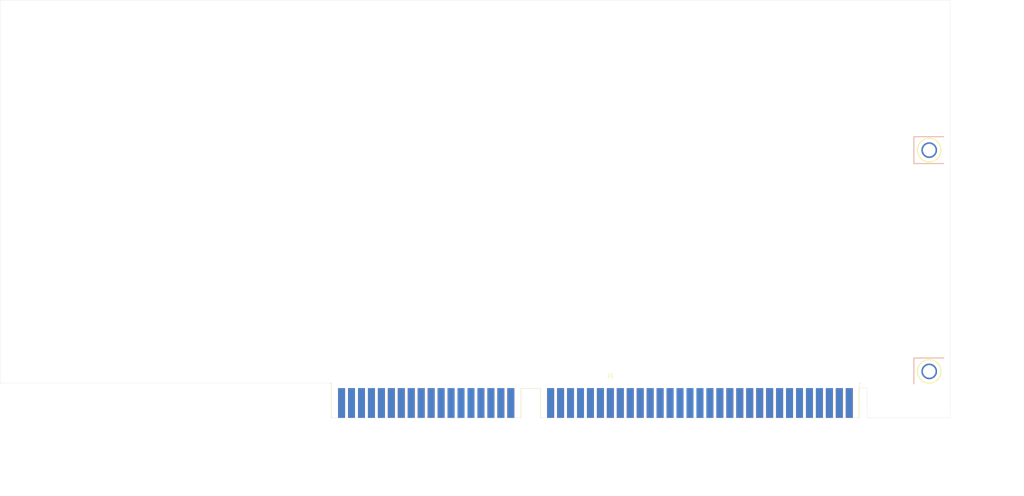
<source format=kicad_pcb>
(kicad_pcb (version 20240108) (generator "pcbnew") (generator_version "8.0")
  (layers (0 "F.Cu" signal) (31 "B.Cu" signal) (34 "B.Paste" user) (35 "F.Paste" user) (36 "B.SilkS" user "B.Silkscreen") (37 "F.SilkS" user "F.Silkscreen") (38 "B.Mask" user) (39 "F.Mask" user) (44 "Edge.Cuts" user))
  (net 0 "")
  (footprint "Connector_PCBEdge:BUS_AT" (layer "F.Cu") (at 254 123.19)
    (property "Reference" "J1" (at -60.96 -6.99 0) (layer "F.SilkS"))
    (property "Value" "Bus_ISA_16bit")
    (fp_line (start -132.15 -5.1) (end -132.55 -5.1) (stroke (width 0.12)) (layer "F.SilkS"))
    (fp_line (start -132.15 3.85) (end -132.15 -5.1) (stroke (width 0.12)) (layer "F.SilkS"))
    (fp_line (start -83.75 -3.75) (end -78.8 -3.75) (stroke (width 0.12)) (layer "F.SilkS"))
    (fp_line (start -83.75 3.85) (end -83.75 -3.75) (stroke (width 0.12)) (layer "F.SilkS"))
    (fp_line (start -78.8 -3.75) (end -78.8 3.85) (stroke (width 0.12)) (layer "F.SilkS"))
    (fp_line (start 2.6 -5.1) (end 3 -5.1) (stroke (width 0.12)) (layer "F.SilkS"))
    (fp_line (start 2.6 3.85) (end 2.6 -5.1) (stroke (width 0.12)) (layer "F.SilkS"))
    (pad "1" connect rect (at 0 0) (size 1.78 7.62) (layers "B.Cu" "B.Mask"))
    (pad "2" connect rect (at -2.54 0) (size 1.78 7.62) (layers "B.Cu" "B.Mask"))
    (pad "3" connect rect (at -5.08 0) (size 1.78 7.62) (layers "B.Cu" "B.Mask"))
    (pad "4" connect rect (at -7.62 0) (size 1.78 7.62) (layers "B.Cu" "B.Mask"))
    (pad "5" connect rect (at -10.16 0) (size 1.78 7.62) (layers "B.Cu" "B.Mask"))
    (pad "6" connect rect (at -12.7 0) (size 1.78 7.62) (layers "B.Cu" "B.Mask"))
    (pad "7" connect rect (at -15.24 0) (size 1.78 7.62) (layers "B.Cu" "B.Mask"))
    (pad "8" connect rect (at -17.78 0) (size 1.78 7.62) (layers "B.Cu" "B.Mask"))
    (pad "9" connect rect (at -20.32 0) (size 1.78 7.62) (layers "B.Cu" "B.Mask"))
    (pad "10" connect rect (at -22.86 0) (size 1.78 7.62) (layers "B.Cu" "B.Mask"))
    (pad "11" connect rect (at -25.4 0) (size 1.78 7.62) (layers "B.Cu" "B.Mask"))
    (pad "12" connect rect (at -27.94 0) (size 1.78 7.62) (layers "B.Cu" "B.Mask"))
    (pad "13" connect rect (at -30.48 0) (size 1.78 7.62) (layers "B.Cu" "B.Mask"))
    (pad "14" connect rect (at -33.02 0) (size 1.78 7.62) (layers "B.Cu" "B.Mask"))
    (pad "15" connect rect (at -35.56 0) (size 1.78 7.62) (layers "B.Cu" "B.Mask"))
    (pad "16" connect rect (at -38.1 0) (size 1.78 7.62) (layers "B.Cu" "B.Mask"))
    (pad "17" connect rect (at -40.64 0) (size 1.78 7.62) (layers "B.Cu" "B.Mask"))
    (pad "18" connect rect (at -43.18 0) (size 1.78 7.62) (layers "B.Cu" "B.Mask"))
    (pad "19" connect rect (at -45.72 0) (size 1.78 7.62) (layers "B.Cu" "B.Mask"))
    (pad "20" connect rect (at -48.26 0) (size 1.78 7.62) (layers "B.Cu" "B.Mask"))
    (pad "21" connect rect (at -50.8 0) (size 1.78 7.62) (layers "B.Cu" "B.Mask"))
    (pad "22" connect rect (at -53.34 0) (size 1.78 7.62) (layers "B.Cu" "B.Mask"))
    (pad "23" connect rect (at -55.88 0) (size 1.78 7.62) (layers "B.Cu" "B.Mask"))
    (pad "24" connect rect (at -58.42 0) (size 1.78 7.62) (layers "B.Cu" "B.Mask"))
    (pad "25" connect rect (at -60.96 0) (size 1.78 7.62) (layers "B.Cu" "B.Mask"))
    (pad "26" connect rect (at -63.5 0) (size 1.78 7.62) (layers "B.Cu" "B.Mask"))
    (pad "27" connect rect (at -66.04 0) (size 1.78 7.62) (layers "B.Cu" "B.Mask"))
    (pad "28" connect rect (at -68.58 0) (size 1.78 7.62) (layers "B.Cu" "B.Mask"))
    (pad "29" connect rect (at -71.12 0) (size 1.78 7.62) (layers "B.Cu" "B.Mask"))
    (pad "30" connect rect (at -73.66 0) (size 1.78 7.62) (layers "B.Cu" "B.Mask"))
    (pad "31" connect rect (at -76.2 0) (size 1.78 7.62) (layers "B.Cu" "B.Mask"))
    (pad "32" connect rect (at 0 0) (size 1.78 7.62) (layers "F.Cu" "F.Mask"))
    (pad "33" connect rect (at -2.54 0) (size 1.78 7.62) (layers "F.Cu" "F.Mask"))
    (pad "34" connect rect (at -5.08 0) (size 1.78 7.62) (layers "F.Cu" "F.Mask"))
    (pad "35" connect rect (at -7.62 0) (size 1.78 7.62) (layers "F.Cu" "F.Mask"))
    (pad "36" connect rect (at -10.16 0) (size 1.78 7.62) (layers "F.Cu" "F.Mask"))
    (pad "37" connect rect (at -12.7 0) (size 1.78 7.62) (layers "F.Cu" "F.Mask"))
    (pad "38" connect rect (at -15.24 0) (size 1.78 7.62) (layers "F.Cu" "F.Mask"))
    (pad "39" connect rect (at -17.78 0) (size 1.78 7.62) (layers "F.Cu" "F.Mask"))
    (pad "40" connect rect (at -20.32 0) (size 1.78 7.62) (layers "F.Cu" "F.Mask"))
    (pad "41" connect rect (at -22.86 0) (size 1.78 7.62) (layers "F.Cu" "F.Mask"))
    (pad "42" connect rect (at -25.4 0) (size 1.78 7.62) (layers "F.Cu" "F.Mask"))
    (pad "43" connect rect (at -27.94 0) (size 1.78 7.62) (layers "F.Cu" "F.Mask"))
    (pad "44" connect rect (at -30.48 0) (size 1.78 7.62) (layers "F.Cu" "F.Mask"))
    (pad "45" connect rect (at -33.02 0) (size 1.78 7.62) (layers "F.Cu" "F.Mask"))
    (pad "46" connect rect (at -35.56 0) (size 1.78 7.62) (layers "F.Cu" "F.Mask"))
    (pad "47" connect rect (at -38.1 0) (size 1.78 7.62) (layers "F.Cu" "F.Mask"))
    (pad "48" connect rect (at -40.64 0) (size 1.78 7.62) (layers "F.Cu" "F.Mask"))
    (pad "49" connect rect (at -43.18 0) (size 1.78 7.62) (layers "F.Cu" "F.Mask"))
    (pad "50" connect rect (at -45.72 0) (size 1.78 7.62) (layers "F.Cu" "F.Mask"))
    (pad "51" connect rect (at -48.26 0) (size 1.78 7.62) (layers "F.Cu" "F.Mask"))
    (pad "52" connect rect (at -50.8 0) (size 1.78 7.62) (layers "F.Cu" "F.Mask"))
    (pad "53" connect rect (at -53.34 0) (size 1.78 7.62) (layers "F.Cu" "F.Mask"))
    (pad "54" connect rect (at -55.88 0) (size 1.78 7.62) (layers "F.Cu" "F.Mask"))
    (pad "55" connect rect (at -58.42 0) (size 1.78 7.62) (layers "F.Cu" "F.Mask"))
    (pad "56" connect rect (at -60.96 0) (size 1.78 7.62) (layers "F.Cu" "F.Mask"))
    (pad "57" connect rect (at -63.5 0) (size 1.78 7.62) (layers "F.Cu" "F.Mask"))
    (pad "58" connect rect (at -66.04 0) (size 1.78 7.62) (layers "F.Cu" "F.Mask"))
    (pad "59" connect rect (at -68.58 0) (size 1.78 7.62) (layers "F.Cu" "F.Mask"))
    (pad "60" connect rect (at -71.12 0) (size 1.78 7.62) (layers "F.Cu" "F.Mask"))
    (pad "61" connect rect (at -73.66 0) (size 1.78 7.62) (layers "F.Cu" "F.Mask"))
    (pad "62" connect rect (at -76.2 0) (size 1.78 7.62) (layers "F.Cu" "F.Mask"))
    (pad "63" connect rect (at -86.36 0) (size 1.78 7.62) (layers "B.Cu" "B.Mask"))
    (pad "64" connect rect (at -88.9 0) (size 1.78 7.62) (layers "B.Cu" "B.Mask"))
    (pad "65" connect rect (at -91.44 0) (size 1.78 7.62) (layers "B.Cu" "B.Mask"))
    (pad "66" connect rect (at -93.98 0) (size 1.78 7.62) (layers "B.Cu" "B.Mask"))
    (pad "67" connect rect (at -96.52 0) (size 1.78 7.62) (layers "B.Cu" "B.Mask"))
    (pad "68" connect rect (at -99.06 0) (size 1.78 7.62) (layers "B.Cu" "B.Mask"))
    (pad "69" connect rect (at -101.6 0) (size 1.78 7.62) (layers "B.Cu" "B.Mask"))
    (pad "70" connect rect (at -104.14 0) (size 1.78 7.62) (layers "B.Cu" "B.Mask"))
    (pad "71" connect rect (at -106.68 0) (size 1.78 7.62) (layers "B.Cu" "B.Mask"))
    (pad "72" connect rect (at -109.22 0) (size 1.78 7.62) (layers "B.Cu" "B.Mask"))
    (pad "73" connect rect (at -111.76 0) (size 1.78 7.62) (layers "B.Cu" "B.Mask"))
    (pad "74" connect rect (at -114.3 0) (size 1.78 7.62) (layers "B.Cu" "B.Mask"))
    (pad "75" connect rect (at -116.84 0) (size 1.78 7.62) (layers "B.Cu" "B.Mask"))
    (pad "76" connect rect (at -119.38 0) (size 1.78 7.62) (layers "B.Cu" "B.Mask"))
    (pad "77" connect rect (at -121.92 0) (size 1.78 7.62) (layers "B.Cu" "B.Mask"))
    (pad "78" connect rect (at -124.46 0) (size 1.78 7.62) (layers "B.Cu" "B.Mask"))
    (pad "79" connect rect (at -127 0) (size 1.78 7.62) (layers "B.Cu" "B.Mask"))
    (pad "80" connect rect (at -129.54 0) (size 1.78 7.62) (layers "B.Cu" "B.Mask"))
    (pad "81" connect rect (at -86.36 0) (size 1.78 7.62) (layers "F.Cu" "F.Mask"))
    (pad "82" connect rect (at -88.9 0) (size 1.78 7.62) (layers "F.Cu" "F.Mask"))
    (pad "83" connect rect (at -91.44 0) (size 1.78 7.62) (layers "F.Cu" "F.Mask"))
    (pad "84" connect rect (at -93.98 0) (size 1.78 7.62) (layers "F.Cu" "F.Mask"))
    (pad "85" connect rect (at -96.52 0) (size 1.78 7.62) (layers "F.Cu" "F.Mask"))
    (pad "86" connect rect (at -99.06 0) (size 1.78 7.62) (layers "F.Cu" "F.Mask"))
    (pad "87" connect rect (at -101.6 0) (size 1.78 7.62) (layers "F.Cu" "F.Mask"))
    (pad "88" connect rect (at -104.14 0) (size 1.78 7.62) (layers "F.Cu" "F.Mask"))
    (pad "89" connect rect (at -106.68 0) (size 1.78 7.62) (layers "F.Cu" "F.Mask"))
    (pad "90" connect rect (at -109.22 0) (size 1.78 7.62) (layers "F.Cu" "F.Mask"))
    (pad "91" connect rect (at -111.76 0) (size 1.78 7.62) (layers "F.Cu" "F.Mask"))
    (pad "92" connect rect (at -114.3 0) (size 1.78 7.62) (layers "F.Cu" "F.Mask"))
    (pad "93" connect rect (at -116.84 0) (size 1.78 7.62) (layers "F.Cu" "F.Mask"))
    (pad "94" connect rect (at -119.38 0) (size 1.78 7.62) (layers "F.Cu" "F.Mask"))
    (pad "95" connect rect (at -121.92 0) (size 1.78 7.62) (layers "F.Cu" "F.Mask"))
    (pad "96" connect rect (at -124.46 0) (size 1.78 7.62) (layers "F.Cu" "F.Mask"))
    (pad "97" connect rect (at -127 0) (size 1.78 7.62) (layers "F.Cu" "F.Mask"))
    (pad "98" connect rect (at -129.54 0) (size 1.78 7.62) (layers "F.Cu" "F.Mask"))
  )
  (footprint "pc-parts:PC_BRACKET_ISA_KEYSTONE_9202_Rev1" (layer "F.Cu") (at 254 127)
    (property "Reference" "U1" (hide yes))
    (property "Value" "~" (hide yes))
    (fp_line (start 16.47825 -71.826) (end 16.47825 -68.237) (stroke (width 0.25)) (layer "B.SilkS"))
    (fp_line (start 16.47825 -65.349) (end 16.47825 -68.237) (stroke (width 0.25)) (layer "B.SilkS"))
    (fp_line (start 16.47825 -64.968) (end 16.47825 -65.349) (stroke (width 0.25)) (layer "B.SilkS"))
    (fp_line (start 16.47825 -15.311) (end 16.47825 -8.707) (stroke (width 0.25)) (layer "B.SilkS"))
    (fp_line (start 20.03425 -64.968) (end 16.47825 -64.968) (stroke (width 0.25)) (layer "B.SilkS"))
    (fp_line (start 20.03425 -64.968) (end 24.09825 -64.968) (stroke (width 0.25)) (layer "B.SilkS"))
    (fp_line (start 20.11525 -15.311) (end 16.47825 -15.311) (stroke (width 0.25)) (layer "B.SilkS"))
    (fp_line (start 20.11525 -15.311) (end 24.09825 -15.311) (stroke (width 0.25)) (layer "B.SilkS"))
    (fp_line (start 20.28825 -71.826) (end 16.47825 -71.826) (stroke (width 0.25)) (layer "B.SilkS"))
    (fp_line (start 20.28825 -71.826) (end 24.09825 -71.826) (stroke (width 0.25)) (layer "B.SilkS"))
    (fp_circle (center 20.3962 -68.397) (end 23.3962 -68.397) (stroke (width 0.25)) (fill none) (layer "F.SilkS"))
    (fp_circle (center 20.3962 -11.882) (end 23.3962 -11.882) (stroke (width 0.25)) (fill none) (layer "F.SilkS"))
    (pad "1" thru_hole circle (at 20.3962 -11.882) (size 4 4) (drill 3.2) (layers "*.Cu" "*.Mask"))
    (pad "2" thru_hole circle (at 20.3962 -68.397) (size 4 4) (drill 3.2) (layers "*.Cu" "*.Mask"))
  )
  (gr_line (start 170.2308 127) (end 121.8692 127) (stroke (width 0.05)) (layer "Edge.Cuts"))
  (gr_line (start 37.338 20.32) (end 37.338 118.11) (stroke (width 0.05)) (layer "Edge.Cuts"))
  (gr_line (start 258.572 119.38) (end 258.572 127) (stroke (width 0.05)) (layer "Edge.Cuts"))
  (gr_line (start 121.8692 127) (end 121.8692 118.11) (stroke (width 0.05)) (layer "Edge.Cuts"))
  (gr_line (start 170.2308 119.4308) (end 170.2308 127) (stroke (width 0.05)) (layer "Edge.Cuts"))
  (gr_line (start 279.7048 20.32) (end 37.338 20.32) (stroke (width 0.05)) (layer "Edge.Cuts"))
  (gr_line (start 175.26 119.4308) (end 170.2308 119.4308) (stroke (width 0.05)) (layer "Edge.Cuts"))
  (gr_line (start 258.572 127) (end 279.7048 127) (stroke (width 0.05)) (layer "Edge.Cuts"))
  (gr_line (start 254 127) (end 256.413 127) (stroke (width 0.05)) (layer "Edge.Cuts"))
  (gr_line (start 121.8692 118.11) (end 37.338 118.11) (stroke (width 0.05)) (layer "Edge.Cuts"))
  (gr_line (start 256.413 127) (end 256.413 119.38) (stroke (width 0.05)) (layer "Edge.Cuts"))
  (gr_line (start 175.2092 127) (end 175.26 119.4308) (stroke (width 0.05)) (layer "Edge.Cuts"))
  (gr_line (start 279.7048 127) (end 279.7048 20.32) (stroke (width 0.05)) (layer "Edge.Cuts"))
  (gr_line (start 254 127) (end 175.2092 127) (stroke (width 0.05)) (layer "Edge.Cuts"))
  (gr_line (start 256.413 119.38) (end 258.572 119.38) (stroke (width 0.05)) (layer "Edge.Cuts"))
)
</source>
